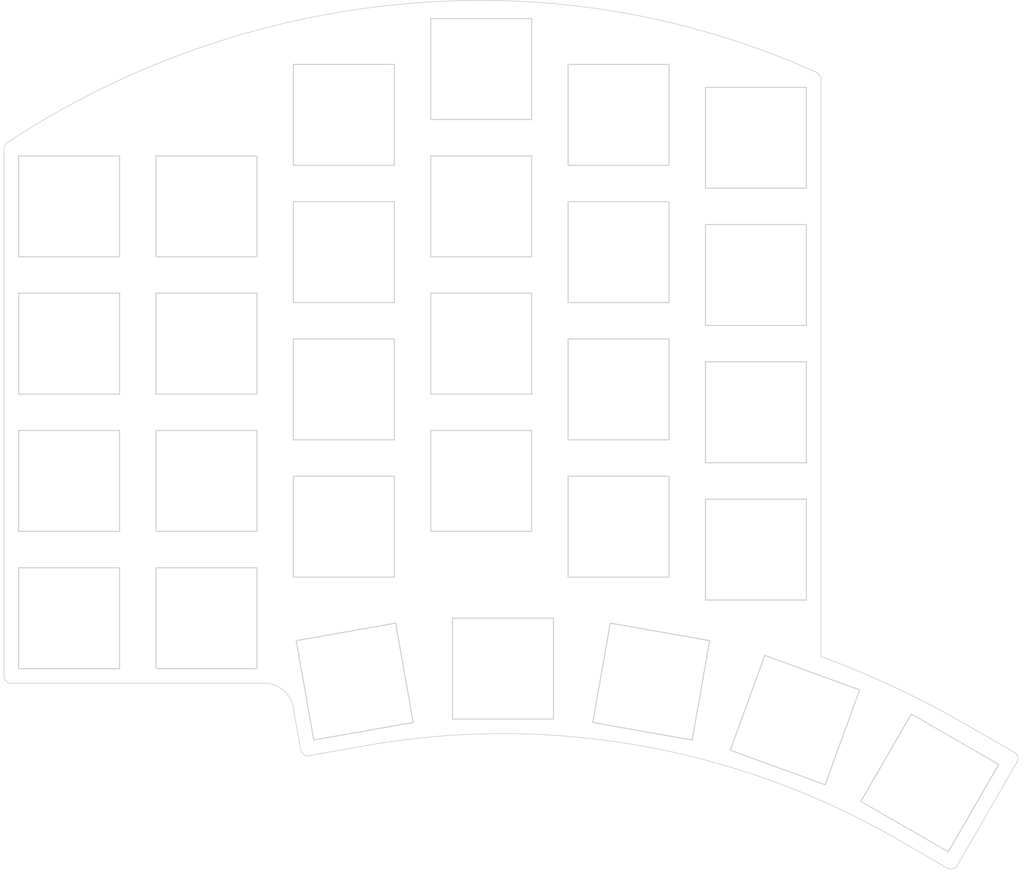
<source format=kicad_pcb>
(kicad_pcb (version 20211014) (generator pcbnew)
  (title_block (title "Ursula") (date "2021-11-25") (rev "0.4") (company "jmnw"))
  (layers (0 "F.Cu" signal) (31 "B.Cu" signal) (34 "B.Paste" user) (35 "F.Paste" user) (36 "B.SilkS" user "B.Silkscreen") (37 "F.SilkS" user "F.Silkscreen") (38 "B.Mask" user) (39 "F.Mask" user) (44 "Edge.Cuts" user))
  (net 0 "")
  (footprint "jmnw:M2_hole_2.3mm" (layer "F.Cu") (at 154.294259 136.582006)
    (fp_text reference "H9" hide)
    (fp_text value "Spacer hole" hide)
    (pad "" np_thru_hole circle locked (at 0 0) (size 2.3 2.3) (drill 2.3) (layers *.Cu *.Mask))
  )
  (footprint "jmnw:MX_cutout" (layer "F.Cu") (at 99.795981 102.543378)
    (fp_text reference "SW22" hide)
    (fp_text value "Switch" hide)
    (fp_line (start -7 7) (end 7 7) (layer "Edge.Cuts") (width 0.15))
    (fp_line (start -7 -7) (end 7 -7) (layer "Edge.Cuts") (width 0.15))
    (fp_line (start 7 7) (end 7 -7) (layer "Edge.Cuts") (width 0.15))
    (fp_line (start -7 7) (end -7 -7) (layer "Edge.Cuts") (width 0.15))
  )
  (footprint "jmnw:MX_cutout" (layer "F.Cu") (at 137.89598 54.919375)
    (fp_text reference "SW6" hide)
    (fp_text value "Switch" hide)
    (fp_line (start -7 7) (end 7 7) (layer "Edge.Cuts") (width 0.15))
    (fp_line (start 7 7) (end 7 -7) (layer "Edge.Cuts") (width 0.15))
    (fp_line (start -7 7) (end -7 -7) (layer "Edge.Cuts") (width 0.15))
    (fp_line (start -7 -7) (end 7 -7) (layer "Edge.Cuts") (width 0.15))
  )
  (footprint "jmnw:MX_cutout" (layer "F.Cu") (at 137.895975 112.068383)
    (fp_text reference "SW24" hide)
    (fp_text value "Switch" hide)
    (fp_line (start -7 7) (end 7 7) (layer "Edge.Cuts") (width 0.15))
    (fp_line (start -7 7) (end -7 -7) (layer "Edge.Cuts") (width 0.15))
    (fp_line (start 7 7) (end 7 -7) (layer "Edge.Cuts") (width 0.15))
    (fp_line (start -7 -7) (end 7 -7) (layer "Edge.Cuts") (width 0.15))
  )
  (footprint "jmnw:MX_cutout" (layer "F.Cu") (at 80.74598 70.793378)
    (fp_text reference "SW9" hide)
    (fp_text value "Switch" hide)
    (fp_line (start -7 7) (end 7 7) (layer "Edge.Cuts") (width 0.15))
    (fp_line (start -7 7) (end -7 -7) (layer "Edge.Cuts") (width 0.15))
    (fp_line (start 7 7) (end 7 -7) (layer "Edge.Cuts") (width 0.15))
    (fp_line (start -7 -7) (end 7 -7) (layer "Edge.Cuts") (width 0.15))
  )
  (footprint "jmnw:MX_cutout" (layer "F.Cu") (at 80.745977 51.743381)
    (fp_text reference "SW3" hide)
    (fp_text value "Switch" hide)
    (fp_line (start -7 7) (end 7 7) (layer "Edge.Cuts") (width 0.15))
    (fp_line (start -7 -7) (end 7 -7) (layer "Edge.Cuts") (width 0.15))
    (fp_line (start 7 7) (end 7 -7) (layer "Edge.Cuts") (width 0.15))
    (fp_line (start -7 7) (end -7 -7) (layer "Edge.Cuts") (width 0.15))
  )
  (footprint "jmnw:MX_cutout" (layer "F.Cu") (at 61.69598 83.493378)
    (fp_text reference "SW8" hide)
    (fp_text value "Switch" hide)
    (fp_line (start 7 7) (end 7 -7) (layer "Edge.Cuts") (width 0.15))
    (fp_line (start -7 -7) (end 7 -7) (layer "Edge.Cuts") (width 0.15))
    (fp_line (start -7 7) (end -7 -7) (layer "Edge.Cuts") (width 0.15))
    (fp_line (start -7 7) (end 7 7) (layer "Edge.Cuts") (width 0.15))
  )
  (footprint "jmnw:M2_hole_2.3mm" (layer "F.Cu") (at 71.221381 93.011915)
    (fp_text reference "H4" hide)
    (fp_text value "Spacer hole" hide)
    (pad "" np_thru_hole circle locked (at 0 0) (size 2.3 2.3) (drill 2.3) (layers *.Cu *.Mask))
  )
  (footprint "jmnw:MX_cutout" (layer "F.Cu") (at 42.645975 83.493378)
    (fp_text reference "SW7" hide)
    (fp_text value "Switch" hide)
    (fp_line (start 7 7) (end 7 -7) (layer "Edge.Cuts") (width 0.15))
    (fp_line (start -7 -7) (end 7 -7) (layer "Edge.Cuts") (width 0.15))
    (fp_line (start -7 7) (end -7 -7) (layer "Edge.Cuts") (width 0.15))
    (fp_line (start -7 7) (end 7 7) (layer "Edge.Cuts") (width 0.15))
  )
  (footprint "jmnw:MX_cutout" (layer "F.Cu") (at 137.895979 93.01838)
    (fp_text reference "SW18" hide)
    (fp_text value "Switch" hide)
    (fp_line (start -7 7) (end -7 -7) (layer "Edge.Cuts") (width 0.15))
    (fp_line (start 7 7) (end 7 -7) (layer "Edge.Cuts") (width 0.15))
    (fp_line (start -7 -7) (end 7 -7) (layer "Edge.Cuts") (width 0.15))
    (fp_line (start -7 7) (end 7 7) (layer "Edge.Cuts") (width 0.15))
  )
  (footprint "jmnw:MX_cutout" (layer "F.Cu") (at 61.69598 121.593376)
    (fp_text reference "SW20" hide)
    (fp_text value "Switch" hide)
    (fp_line (start 7 7) (end 7 -7) (layer "Edge.Cuts") (width 0.15))
    (fp_line (start -7 7) (end 7 7) (layer "Edge.Cuts") (width 0.15))
    (fp_line (start -7 -7) (end 7 -7) (layer "Edge.Cuts") (width 0.15))
    (fp_line (start -7 7) (end -7 -7) (layer "Edge.Cuts") (width 0.15))
  )
  (footprint "jmnw:MX_cutout" (layer "F.Cu") (at 82.254982 130.384922 10)
    (fp_text reference "SW26" hide)
    (fp_text value "Switch" hide)
    (fp_line (start 7 7) (end 7 -7) (layer "Edge.Cuts") (width 0.15))
    (fp_line (start -7 7) (end -7 -7) (layer "Edge.Cuts") (width 0.15))
    (fp_line (start -7 -7) (end 7 -7) (layer "Edge.Cuts") (width 0.15))
    (fp_line (start -7 7) (end 7 7) (layer "Edge.Cuts") (width 0.15))
  )
  (footprint "jmnw:MX_cutout" (layer "F.Cu") (at 99.795978 45.393382)
    (fp_text reference "SW4" hide)
    (fp_text value "Switch" hide)
    (fp_line (start -7 -7) (end 7 -7) (layer "Edge.Cuts") (width 0.15))
    (fp_line (start -7 7) (end -7 -7) (layer "Edge.Cuts") (width 0.15))
    (fp_line (start -7 7) (end 7 7) (layer "Edge.Cuts") (width 0.15))
    (fp_line (start 7 7) (end 7 -7) (layer "Edge.Cuts") (width 0.15))
  )
  (footprint "jmnw:MX_cutout" (layer "F.Cu") (at 118.845982 70.793874)
    (fp_text reference "SW11" hide)
    (fp_text value "Switch" hide)
    (fp_line (start 7 7) (end 7 -7) (layer "Edge.Cuts") (width 0.15))
    (fp_line (start -7 -7) (end 7 -7) (layer "Edge.Cuts") (width 0.15))
    (fp_line (start -7 7) (end 7 7) (layer "Edge.Cuts") (width 0.15))
    (fp_line (start -7 7) (end -7 -7) (layer "Edge.Cuts") (width 0.15))
  )
  (footprint "jmnw:MX_cutout" (layer "F.Cu") (at 42.64598 102.543379)
    (fp_text reference "SW13" hide)
    (fp_text value "Switch" hide)
    (fp_line (start -7 7) (end 7 7) (layer "Edge.Cuts") (width 0.15))
    (fp_line (start -7 7) (end -7 -7) (layer "Edge.Cuts") (width 0.15))
    (fp_line (start 7 7) (end 7 -7) (layer "Edge.Cuts") (width 0.15))
    (fp_line (start -7 -7) (end 7 -7) (layer "Edge.Cuts") (width 0.15))
  )
  (footprint "jmnw:MX_cutout" (layer "F.Cu") (at 123.373588 130.384791 -10)
    (fp_text reference "SW28" hide)
    (fp_text value "Switch" hide)
    (fp_line (start -7 7) (end 7 7) (layer "Edge.Cuts") (width 0.15))
    (fp_line (start 7 7) (end 7 -7) (layer "Edge.Cuts") (width 0.15))
    (fp_line (start -7 7) (end -7 -7) (layer "Edge.Cuts") (width 0.15))
    (fp_line (start -7 -7) (end 7 -7) (layer "Edge.Cuts") (width 0.15))
  )
  (footprint "jmnw:MX_cutout" (layer "F.Cu") (at 42.64598 121.59338)
    (fp_text reference "SW19" hide)
    (fp_text value "Switch" hide)
    (fp_line (start -7 -7) (end 7 -7) (layer "Edge.Cuts") (width 0.15))
    (fp_line (start -7 7) (end 7 7) (layer "Edge.Cuts") (width 0.15))
    (fp_line (start 7 7) (end 7 -7) (layer "Edge.Cuts") (width 0.15))
    (fp_line (start -7 7) (end -7 -7) (layer "Edge.Cuts") (width 0.15))
  )
  (footprint "jmnw:MX_cutout" (layer "F.Cu") (at 61.695977 102.54338)
    (fp_text reference "SW14" hide)
    (fp_text value "Switch" hide)
    (fp_line (start -7 -7) (end 7 -7) (layer "Edge.Cuts") (width 0.15))
    (fp_line (start -7 7) (end 7 7) (layer "Edge.Cuts") (width 0.15))
    (fp_line (start 7 7) (end 7 -7) (layer "Edge.Cuts") (width 0.15))
    (fp_line (start -7 7) (end -7 -7) (layer "Edge.Cuts") (width 0.15))
  )
  (footprint "jmnw:MX_cutout" (layer "F.Cu") (at 80.745974 108.893377)
    (fp_text reference "SW21" hide)
    (fp_text value "Switch" hide)
    (fp_line (start -7 -7) (end 7 -7) (layer "Edge.Cuts") (width 0.15))
    (fp_line (start 7 7) (end 7 -7) (layer "Edge.Cuts") (width 0.15))
    (fp_line (start -7 7) (end 7 7) (layer "Edge.Cuts") (width 0.15))
    (fp_line (start -7 7) (end -7 -7) (layer "Edge.Cuts") (width 0.15))
  )
  (footprint "jmnw:MX_cutout" (layer "F.Cu") (at 80.745978 89.843376)
    (fp_text reference "SW15" hide)
    (fp_text value "Switch" hide)
    (fp_line (start 7 7) (end 7 -7) (layer "Edge.Cuts") (width 0.15))
    (fp_line (start -7 7) (end 7 7) (layer "Edge.Cuts") (width 0.15))
    (fp_line (start -7 7) (end -7 -7) (layer "Edge.Cuts") (width 0.15))
    (fp_line (start -7 -7) (end 7 -7) (layer "Edge.Cuts") (width 0.15))
  )
  (footprint "jmnw:MX_cutout" (layer "F.Cu") (at 162.012493 144.447496 -30)
    (fp_text reference "SW30" hide)
    (fp_text value "Switch" hide)
    (fp_line (start -7 7) (end -7 -7) (layer "Edge.Cuts") (width 0.15))
    (fp_line (start -7 7) (end 7 7) (layer "Edge.Cuts") (width 0.15))
    (fp_line (start 7 7) (end 7 -7) (layer "Edge.Cuts") (width 0.15))
    (fp_line (start -7 -7) (end 7 -7) (layer "Edge.Cuts") (width 0.15))
  )
  (footprint "jmnw:MX_cutout" (layer "F.Cu") (at 118.84598 108.89338)
    (fp_text reference "SW23" hide)
    (fp_text value "Switch" hide)
    (fp_line (start 7 7) (end 7 -7) (layer "Edge.Cuts") (width 0.15))
    (fp_line (start -7 -7) (end 7 -7) (layer "Edge.Cuts") (width 0.15))
    (fp_line (start -7 7) (end -7 -7) (layer "Edge.Cuts") (width 0.15))
    (fp_line (start -7 7) (end 7 7) (layer "Edge.Cuts") (width 0.15))
  )
  (footprint "jmnw:M2_hole_2.3mm" (layer "F.Cu") (at 52.170974 72.06838)
    (fp_text reference "H1" hide)
    (fp_text value "Spacer hole" hide)
    (pad "" np_thru_hole circle locked (at 0 0) (size 2.3 2.3) (drill 2.3) (layers *.Cu *.Mask))
  )
  (footprint "jmnw:MX_cutout" (layer "F.Cu") (at 118.845983 89.843379)
    (fp_text reference "SW17" hide)
    (fp_text value "Switch" hide)
    (fp_line (start -7 7) (end 7 7) (layer "Edge.Cuts") (width 0.15))
    (fp_line (start -7 -7) (end 7 -7) (layer "Edge.Cuts") (width 0.15))
    (fp_line (start 7 7) (end 7 -7) (layer "Edge.Cuts") (width 0.15))
    (fp_line (start -7 7) (end -7 -7) (layer "Edge.Cuts") (width 0.15))
  )
  (footprint "jmnw:MX_cutout" (layer "F.Cu") (at 143.308456 135.725986 -20)
    (fp_text reference "SW29" hide)
    (fp_text value "Switch" hide)
    (fp_line (start -7 7) (end -7 -7) (layer "Edge.Cuts") (width 0.15))
    (fp_line (start -7 7) (end 7 7) (layer "Edge.Cuts") (width 0.15))
    (fp_line (start -7 -7) (end 7 -7) (layer "Edge.Cuts") (width 0.15))
    (fp_line (start 7 7) (end 7 -7) (layer "Edge.Cuts") (width 0.15))
  )
  (footprint "jmnw:MX_cutout" (layer "F.Cu") (at 99.795984 64.443387)
    (fp_text reference "SW10" hide)
    (fp_text value "Switch" hide)
    (fp_line (start -7 7) (end 7 7) (layer "Edge.Cuts") (width 0.15))
    (fp_line (start 7 7) (end 7 -7) (layer "Edge.Cuts") (width 0.15))
    (fp_line (start -7 -7) (end 7 -7) (layer "Edge.Cuts") (width 0.15))
    (fp_line (start -7 7) (end -7 -7) (layer "Edge.Cuts") (width 0.15))
  )
  (footprint "jmnw:MX_cutout" (layer "F.Cu") (at 118.845981 51.743871)
    (fp_text reference "SW5" hide)
    (fp_text value "Switch" hide)
    (fp_line (start -7 7) (end -7 -7) (layer "Edge.Cuts") (width 0.15))
    (fp_line (start -7 -7) (end 7 -7) (layer "Edge.Cuts") (width 0.15))
    (fp_line (start -7 7) (end 7 7) (layer "Edge.Cuts") (width 0.15))
    (fp_line (start 7 7) (end 7 -7) (layer "Edge.Cuts") (width 0.15))
  )
  (footprint "jmnw:M2_hole_2.3mm" (layer "F.Cu") (at 128.370981 59.369373)
    (fp_text reference "H6" hide)
    (fp_text value "Spacer hole" hide)
    (pad "" np_thru_hole circle locked (at 0 0) (size 2.3 2.3) (drill 2.3) (layers *.Cu *.Mask))
  )
  (footprint "jmnw:MX_cutout" (layer "F.Cu") (at 99.795975 83.493373)
    (fp_text reference "SW16" hide)
    (fp_text value "Switch" hide)
    (fp_line (start 7 7) (end 7 -7) (layer "Edge.Cuts") (width 0.15))
    (fp_line (start -7 7) (end -7 -7) (layer "Edge.Cuts") (width 0.15))
    (fp_line (start -7 7) (end 7 7) (layer "Edge.Cuts") (width 0.15))
    (fp_line (start -7 -7) (end 7 -7) (layer "Edge.Cuts") (width 0.15))
  )
  (footprint "jmnw:M2_hole_2.3mm" (layer "F.Cu") (at 50.270983 112.06838)
    (fp_text reference "H3" hide)
    (fp_text value "Spacer hole" hide)
    (pad "" np_thru_hole circle locked (at 0 0) (size 2.3 2.3) (drill 2.3) (layers *.Cu *.Mask))
  )
  (footprint "jmnw:MX_cutout" (layer "F.Cu") (at 61.695979 64.443382)
    (fp_text reference "SW2" hide)
    (fp_text value "Switch" hide)
    (fp_line (start -7 7) (end 7 7) (layer "Edge.Cuts") (width 0.15))
    (fp_line (start 7 7) (end 7 -7) (layer "Edge.Cuts") (width 0.15))
    (fp_line (start -7 7) (end -7 -7) (layer "Edge.Cuts") (width 0.15))
    (fp_line (start -7 -7) (end 7 -7) (layer "Edge.Cuts") (width 0.15))
  )
  (footprint "jmnw:MX_cutout" (layer "F.Cu") (at 137.895975 73.969384)
    (fp_text reference "SW12" hide)
    (fp_text value "Switch" hide)
    (fp_line (start 7 7) (end 7 -7) (layer "Edge.Cuts") (width 0.15))
    (fp_line (start -7 7) (end 7 7) (layer "Edge.Cuts") (width 0.15))
    (fp_line (start -7 7) (end -7 -7) (layer "Edge.Cuts") (width 0.15))
    (fp_line (start -7 -7) (end 7 -7) (layer "Edge.Cuts") (width 0.15))
  )
  (footprint "jmnw:M2_hole_2.3mm" (layer "F.Cu") (at 113.432058 125.633904)
    (fp_text reference "H8" hide)
    (fp_text value "Spacer hole" hide)
    (pad "" np_thru_hole circle locked (at 0 0) (size 2.3 2.3) (drill 2.3) (layers *.Cu *.Mask))
  )
  (footprint "jmnw:MX_cutout" (layer "F.Cu") (at 42.645977 64.443379)
    (fp_text reference "SW1" hide)
    (fp_text value "Switch" hide)
    (fp_line (start 7 7) (end 7 -7) (layer "Edge.Cuts") (width 0.15))
    (fp_line (start -7 -7) (end 7 -7) (layer "Edge.Cuts") (width 0.15))
    (fp_line (start -7 7) (end -7 -7) (layer "Edge.Cuts") (width 0.15))
    (fp_line (start -7 7) (end 7 7) (layer "Edge.Cuts") (width 0.15))
  )
  (footprint "jmnw:MX_cutout" (layer "F.Cu") (at 102.814521 128.585976)
    (fp_text reference "SW27" hide)
    (fp_text value "Switch" hide)
    (fp_line (start -7 7) (end -7 -7) (layer "Edge.Cuts") (width 0.15))
    (fp_line (start -7 7) (end 7 7) (layer "Edge.Cuts") (width 0.15))
    (fp_line (start 7 7) (end 7 -7) (layer "Edge.Cuts") (width 0.15))
    (fp_line (start -7 -7) (end 7 -7) (layer "Edge.Cuts") (width 0.15))
  )
  (gr_arc (start 146.922644 126.913277) (mid 157.047153 131.13134) (end 166.774366 136.198791) (layer "Edge.Cuts") (width 0.1))
  (gr_arc (start 99.795877 35.868585) (mid 123.530665 38.379297) (end 146.211852 45.809481) (layer "Edge.Cuts") (width 0.1))
  (gr_line (start 33.620774 56.418468) (end 33.620784 129.617714) (layer "Edge.Cuts") (width 0.1))
  (gr_line (start 173.724631 140.211112) (end 166.774366 136.198791) (layer "Edge.Cuts") (width 0.1))
  (gr_arc (start 146.211852 45.809481) (mid 146.728903 46.245809) (end 146.922635 46.89403) (layer "Edge.Cuts") (width 0.1))
  (gr_line (start 174.090645 141.57715) (end 165.815783 155.910011) (layer "Edge.Cuts") (width 0.1))
  (gr_line (start 164.449743 156.276026) (end 157.499481 152.263706) (layer "Edge.Cuts") (width 0.1))
  (gr_arc (start 83.820144 139.272542) (mid 121.805159 139.272297) (end 157.499481 152.263706) (layer "Edge.Cuts") (width 0.1))
  (gr_line (start 74.760541 139.854753) (end 73.724154 133.976809) (layer "Edge.Cuts") (width 0.1))
  (gr_arc (start 33.620774 56.418468) (mid 33.732155 55.966692) (end 34.040777 55.618467) (layer "Edge.Cuts") (width 0.1))
  (gr_line (start 83.820144 139.272542) (end 75.918995 140.665908) (layer "Edge.Cuts") (width 0.1))
  (gr_arc (start 165.815783 155.910011) (mid 165.208567 156.375934) (end 164.449743 156.276026) (layer "Edge.Cuts") (width 0.1))
  (gr_line (start 146.922635 46.89403) (end 146.922644 126.913277) (layer "Edge.Cuts") (width 0.1))
  (gr_arc (start 34.040777 55.618467) (mid 65.468927 40.917905) (end 99.795877 35.868585) (layer "Edge.Cuts") (width 0.1))
  (gr_line (start 34.620766 130.617716) (end 69.721189 130.618033) (layer "Edge.Cuts") (width 0.1))
  (gr_arc (start 69.721189 130.618033) (mid 72.333919 131.568941) (end 73.724154 133.976809) (layer "Edge.Cuts") (width 0.1))
  (gr_arc (start 173.724631 140.211112) (mid 174.190553 140.818328) (end 174.090645 141.57715) (layer "Edge.Cuts") (width 0.1))
  (gr_arc (start 34.620766 130.617716) (mid 33.913668 130.324818) (end 33.620784 129.617714) (layer "Edge.Cuts") (width 0.1))
  (gr_arc (start 75.918995 140.665908) (mid 75.171772 140.500254) (end 74.760541 139.854753) (layer "Edge.Cuts") (width 0.1))
)
</source>
